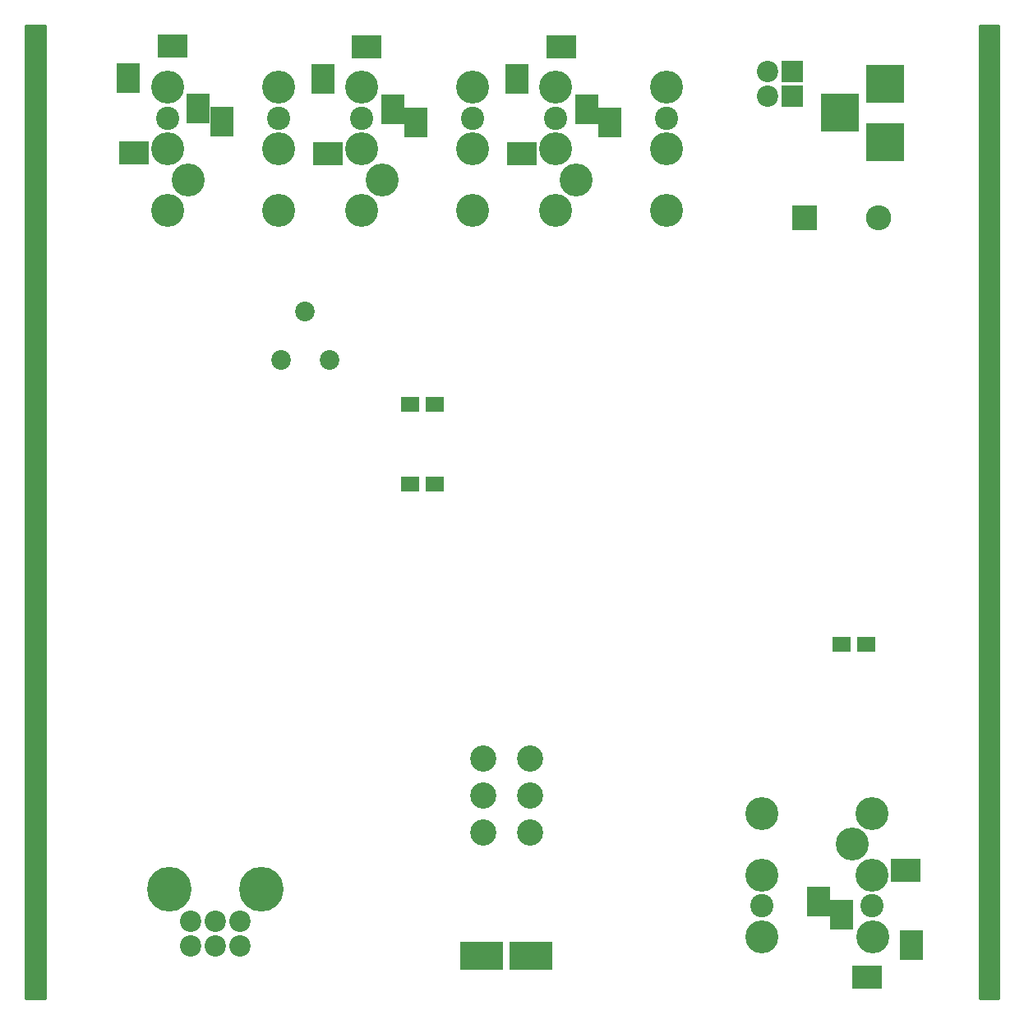
<source format=gbr>
G04 #@! TF.FileFunction,Soldermask,Bot*
%FSLAX46Y46*%
G04 Gerber Fmt 4.6, Leading zero omitted, Abs format (unit mm)*
G04 Created by KiCad (PCBNEW 4.0.7) date Sun Feb 25 13:05:14 2018*
%MOMM*%
%LPD*%
G01*
G04 APERTURE LIST*
%ADD10C,0.100000*%
%ADD11C,3.400000*%
%ADD12C,2.400000*%
%ADD13R,4.400000X2.900000*%
%ADD14C,2.700000*%
%ADD15R,3.900000X3.900000*%
%ADD16C,2.200000*%
%ADD17C,4.600000*%
%ADD18R,2.600000X2.600000*%
%ADD19O,2.600000X2.600000*%
%ADD20C,2.020000*%
%ADD21R,3.100000X2.400000*%
%ADD22R,2.400000X3.100000*%
%ADD23R,1.900000X1.650000*%
%ADD24R,2.200000X2.200000*%
%ADD25C,0.254000*%
G04 APERTURE END LIST*
D10*
D11*
X103910000Y-41010000D03*
X103910000Y-47360000D03*
X103910000Y-53710000D03*
X92480000Y-41010000D03*
X92510000Y-47360000D03*
X92510000Y-53710000D03*
X94610000Y-50560000D03*
D12*
X103910000Y-44210000D03*
X92510000Y-44210000D03*
D11*
X83910000Y-41010000D03*
X83910000Y-47360000D03*
X83910000Y-53710000D03*
X72480000Y-41010000D03*
X72510000Y-47360000D03*
X72510000Y-53710000D03*
X74610000Y-50560000D03*
D12*
X83910000Y-44210000D03*
X72510000Y-44210000D03*
D13*
X84890000Y-130445000D03*
X89970000Y-130445000D03*
D14*
X85030000Y-117745000D03*
X89830000Y-117745000D03*
X89830000Y-113945000D03*
X85030000Y-113945000D03*
X85030000Y-110145000D03*
X89830000Y-110145000D03*
D15*
X126460000Y-46640000D03*
X126460000Y-40640000D03*
X121760000Y-43640000D03*
D16*
X59920000Y-129445000D03*
X57420000Y-129445000D03*
X54920000Y-129445000D03*
X59920000Y-126945000D03*
X57420000Y-126945000D03*
X54920000Y-126945000D03*
D17*
X62170000Y-123645000D03*
X52670000Y-123645000D03*
D18*
X118110000Y-54435000D03*
D19*
X125730000Y-54435000D03*
D20*
X64175000Y-69135000D03*
X66675000Y-64135000D03*
X69175000Y-69135000D03*
D21*
X93030000Y-36860000D03*
D22*
X88480000Y-40160000D03*
X98080000Y-44660000D03*
X95680000Y-43260000D03*
D21*
X89030000Y-47860000D03*
X73030000Y-36860000D03*
D22*
X68480000Y-40160000D03*
X78080000Y-44660000D03*
X75680000Y-43260000D03*
D21*
X69030000Y-47860000D03*
X53030000Y-36780000D03*
D22*
X48480000Y-40080000D03*
X58080000Y-44580000D03*
X55680000Y-43180000D03*
D21*
X49030000Y-47780000D03*
D11*
X113695000Y-128510000D03*
X113695000Y-122160000D03*
X113695000Y-115810000D03*
X125125000Y-128510000D03*
X125095000Y-122160000D03*
X125095000Y-115810000D03*
X122995000Y-118960000D03*
D12*
X113695000Y-125310000D03*
X125095000Y-125310000D03*
D11*
X63910000Y-41010000D03*
X63910000Y-47360000D03*
X63910000Y-53710000D03*
X52480000Y-41010000D03*
X52510000Y-47360000D03*
X52510000Y-53710000D03*
X54610000Y-50560000D03*
D12*
X63910000Y-44210000D03*
X52510000Y-44210000D03*
D21*
X124575000Y-132660000D03*
D22*
X129125000Y-129360000D03*
X119525000Y-124860000D03*
X121925000Y-126260000D03*
D21*
X128575000Y-121660000D03*
D23*
X121960000Y-98425000D03*
X124460000Y-98425000D03*
X79990000Y-73660000D03*
X77490000Y-73660000D03*
X77490000Y-81915000D03*
X79990000Y-81915000D03*
D24*
X116840000Y-41910000D03*
D16*
X114300000Y-41910000D03*
D24*
X116840000Y-39370000D03*
D16*
X114300000Y-39370000D03*
D25*
G36*
X138123000Y-134873000D02*
X136127000Y-134873000D01*
X136127000Y-34627000D01*
X138123000Y-34627000D01*
X138123000Y-134873000D01*
X138123000Y-134873000D01*
G37*
X138123000Y-134873000D02*
X136127000Y-134873000D01*
X136127000Y-34627000D01*
X138123000Y-34627000D01*
X138123000Y-134873000D01*
G36*
X39873000Y-134873000D02*
X37877000Y-134873000D01*
X37877000Y-34627000D01*
X39873000Y-34627000D01*
X39873000Y-134873000D01*
X39873000Y-134873000D01*
G37*
X39873000Y-134873000D02*
X37877000Y-134873000D01*
X37877000Y-34627000D01*
X39873000Y-34627000D01*
X39873000Y-134873000D01*
M02*

</source>
